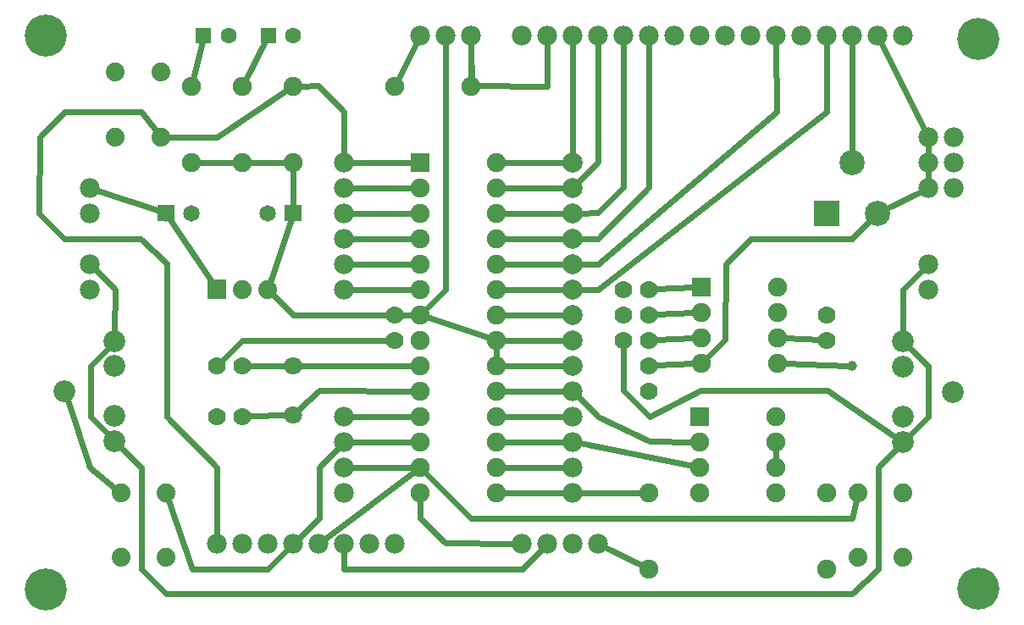
<source format=gtl>
G04 MADE WITH FRITZING*
G04 WWW.FRITZING.ORG*
G04 DOUBLE SIDED*
G04 HOLES PLATED*
G04 CONTOUR ON CENTER OF CONTOUR VECTOR*
%ASAXBY*%
%FSLAX23Y23*%
%MOIN*%
%OFA0B0*%
%SFA1.0B1.0*%
%ADD10C,0.075000*%
%ADD11C,0.078000*%
%ADD12C,0.078740*%
%ADD13C,0.039370*%
%ADD14C,0.165354*%
%ADD15C,0.086000*%
%ADD16C,0.070925*%
%ADD17C,0.070866*%
%ADD18C,0.074000*%
%ADD19C,0.062992*%
%ADD20C,0.070000*%
%ADD21C,0.099000*%
%ADD22C,0.065000*%
%ADD23R,0.075000X0.075000*%
%ADD24R,0.062992X0.062992*%
%ADD25R,0.099000X0.099000*%
%ADD26C,0.024000*%
%ADD27R,0.001000X0.001000*%
%LNCOPPER1*%
G90*
G70*
G54D10*
X1567Y1775D03*
X1867Y1775D03*
X1567Y1675D03*
X1867Y1675D03*
X1567Y1575D03*
X1867Y1575D03*
X1567Y1475D03*
X1867Y1475D03*
X1567Y1375D03*
X1867Y1375D03*
X1567Y1275D03*
X1867Y1275D03*
X1567Y1175D03*
X1867Y1175D03*
X1567Y1075D03*
X1867Y1075D03*
X1567Y975D03*
X1867Y975D03*
X1567Y875D03*
X1867Y875D03*
X1567Y775D03*
X1867Y775D03*
X1567Y675D03*
X1867Y675D03*
X1567Y575D03*
X1867Y575D03*
X1567Y475D03*
X1867Y475D03*
G54D11*
X1267Y1775D03*
X1267Y1675D03*
X1267Y1575D03*
X1267Y1475D03*
X1267Y1375D03*
X1267Y1275D03*
X1267Y775D03*
X1267Y675D03*
X1267Y575D03*
X1267Y475D03*
G54D12*
X2167Y1775D03*
X2167Y1675D03*
X2167Y1575D03*
X2167Y1475D03*
X2167Y1375D03*
X2167Y1275D03*
X2167Y1175D03*
X2167Y1075D03*
X2167Y975D03*
G54D13*
X3267Y975D03*
G54D11*
X3567Y1875D03*
X3567Y1775D03*
X3567Y1675D03*
X3667Y1875D03*
X3667Y1775D03*
X3667Y1675D03*
G54D14*
X91Y2273D03*
X91Y95D03*
X3762Y96D03*
G54D11*
X1467Y275D03*
X1367Y275D03*
X1267Y275D03*
X1167Y275D03*
X1067Y275D03*
X967Y275D03*
X867Y275D03*
X767Y275D03*
X2267Y275D03*
X2167Y275D03*
X2067Y275D03*
X1967Y275D03*
X3567Y1275D03*
X3567Y1375D03*
X267Y1275D03*
X267Y1375D03*
X267Y1675D03*
X267Y1575D03*
X2167Y875D03*
X2167Y775D03*
X2167Y675D03*
X2167Y575D03*
X2167Y475D03*
X3467Y2275D03*
X3367Y2275D03*
X3267Y2275D03*
X3167Y2275D03*
X3067Y2275D03*
X2967Y2275D03*
X2867Y2275D03*
X2767Y2275D03*
X2667Y2275D03*
X2567Y2275D03*
X2467Y2275D03*
X2367Y2275D03*
X2267Y2275D03*
X2167Y2275D03*
X2067Y2275D03*
X1967Y2275D03*
G54D10*
X2672Y1285D03*
X2972Y1285D03*
X2672Y1185D03*
X2972Y1185D03*
X2672Y1085D03*
X2972Y1085D03*
X2672Y985D03*
X2972Y985D03*
X2667Y775D03*
X2967Y775D03*
X2667Y675D03*
X2967Y675D03*
X2667Y575D03*
X2967Y575D03*
X2667Y475D03*
X2967Y475D03*
G54D15*
X167Y875D03*
X364Y973D03*
X364Y1072D03*
X364Y776D03*
X364Y678D03*
X167Y875D03*
X364Y973D03*
X364Y1072D03*
X364Y776D03*
X364Y678D03*
X3664Y872D03*
X3467Y773D03*
X3467Y675D03*
X3467Y970D03*
X3467Y1069D03*
X3664Y872D03*
X3467Y773D03*
X3467Y675D03*
X3467Y970D03*
X3467Y1069D03*
G54D16*
X1067Y782D03*
G54D17*
X1067Y975D03*
G54D10*
X2467Y475D03*
X2467Y175D03*
X1767Y2075D03*
X1467Y2075D03*
G54D18*
X367Y1875D03*
X367Y2131D03*
X545Y1875D03*
X545Y2131D03*
X367Y1875D03*
X367Y2131D03*
X545Y1875D03*
X545Y2131D03*
X3467Y475D03*
X3467Y219D03*
X3289Y475D03*
X3289Y219D03*
X3467Y475D03*
X3467Y219D03*
X3289Y475D03*
X3289Y219D03*
X567Y475D03*
X567Y219D03*
X389Y475D03*
X389Y219D03*
X567Y475D03*
X567Y219D03*
X389Y475D03*
X389Y219D03*
G54D19*
X714Y2275D03*
X812Y2275D03*
X968Y2275D03*
X1067Y2275D03*
G54D20*
X2367Y1175D03*
X2467Y1175D03*
X2367Y1075D03*
X2467Y1075D03*
X2467Y875D03*
X2467Y975D03*
X3167Y1075D03*
X3167Y1175D03*
X2367Y1275D03*
X2467Y1275D03*
X1467Y1175D03*
X1467Y1075D03*
G54D18*
X767Y1275D03*
X867Y1275D03*
X967Y1275D03*
X767Y1275D03*
X867Y1275D03*
X967Y1275D03*
G54D21*
X3367Y1575D03*
X3167Y1575D03*
X3267Y1775D03*
G54D20*
X766Y775D03*
X867Y775D03*
X766Y975D03*
X867Y975D03*
G54D11*
X1567Y2275D03*
X1667Y2275D03*
X1767Y2275D03*
G54D10*
X1067Y1775D03*
X1067Y2075D03*
X667Y1775D03*
X667Y2075D03*
X867Y2075D03*
X867Y1775D03*
X3167Y475D03*
X3167Y175D03*
G54D22*
X967Y1575D03*
X1067Y1575D03*
X967Y1575D03*
X1067Y1575D03*
X667Y1575D03*
X567Y1575D03*
X667Y1575D03*
X567Y1575D03*
G54D14*
X3764Y2261D03*
G54D23*
X1567Y1775D03*
X2672Y1285D03*
X2667Y775D03*
G54D24*
X714Y2275D03*
X968Y2275D03*
G54D25*
X3167Y1575D03*
G54D26*
X1065Y1173D02*
X988Y1253D01*
D02*
X1441Y1175D02*
X1065Y1173D01*
D02*
X1168Y876D02*
X1538Y875D01*
D02*
X1169Y575D02*
X1169Y373D01*
D02*
X1169Y373D02*
X1088Y296D01*
D02*
X1246Y653D02*
X1169Y575D01*
D02*
X1086Y800D02*
X1168Y876D01*
D02*
X1094Y975D02*
X1538Y975D01*
D02*
X1297Y1575D02*
X1538Y1575D01*
D02*
X1297Y1675D02*
X1538Y1675D01*
D02*
X1297Y1775D02*
X1538Y1775D01*
D02*
X1297Y675D02*
X1538Y675D01*
D02*
X3380Y2248D02*
X3553Y1902D01*
D02*
X1059Y1551D02*
X976Y1304D01*
D02*
X365Y1275D02*
X288Y1353D01*
D02*
X750Y1300D02*
X580Y1554D01*
D02*
X543Y1583D02*
X295Y1665D01*
D02*
X1297Y775D02*
X1538Y775D01*
D02*
X1297Y1275D02*
X1538Y1275D01*
D02*
X1297Y1375D02*
X1538Y1375D01*
D02*
X1297Y1475D02*
X1538Y1475D01*
D02*
X668Y175D02*
X577Y445D01*
D02*
X967Y175D02*
X668Y175D01*
D02*
X1045Y254D02*
X967Y175D01*
D02*
X1544Y558D02*
X1191Y293D01*
D02*
X1538Y575D02*
X1297Y575D01*
D02*
X2136Y1075D02*
X1895Y1075D01*
D02*
X2265Y774D02*
X2188Y853D01*
D02*
X2668Y876D02*
X2468Y774D01*
D02*
X2468Y676D02*
X2265Y774D01*
D02*
X2136Y975D02*
X1895Y975D01*
D02*
X568Y1376D02*
X467Y1474D01*
D02*
X2137Y775D02*
X1895Y775D01*
D02*
X2137Y875D02*
X1895Y875D01*
D02*
X2136Y1175D02*
X1895Y1175D01*
D02*
X2136Y1375D02*
X1895Y1375D01*
D02*
X2136Y1275D02*
X1895Y1275D01*
D02*
X2639Y580D02*
X2196Y669D01*
D02*
X2638Y675D02*
X2468Y676D01*
D02*
X2265Y1375D02*
X2197Y1375D01*
D02*
X3166Y1974D02*
X3167Y2245D01*
D02*
X2265Y1274D02*
X3166Y1974D01*
D02*
X1266Y1973D02*
X1267Y1805D01*
D02*
X1167Y2076D02*
X1266Y1973D01*
D02*
X1441Y1075D02*
X866Y1073D01*
D02*
X2367Y876D02*
X2367Y974D01*
D02*
X3168Y876D02*
X2668Y876D01*
D02*
X2468Y774D02*
X2367Y876D01*
D02*
X2367Y974D02*
X2367Y1049D01*
D02*
X3436Y695D02*
X3168Y876D01*
D02*
X1095Y2075D02*
X1167Y2076D01*
D02*
X2197Y1275D02*
X2265Y1274D01*
D02*
X866Y1073D02*
X785Y993D01*
D02*
X2136Y1775D02*
X1895Y1775D01*
D02*
X2136Y1675D02*
X1895Y1675D01*
D02*
X2136Y1575D02*
X1895Y1575D01*
D02*
X2136Y1475D02*
X1895Y1475D01*
D02*
X2265Y1777D02*
X2267Y2245D01*
D02*
X2188Y1697D02*
X2265Y1777D01*
D02*
X2366Y1676D02*
X2367Y2245D01*
D02*
X2265Y1576D02*
X2366Y1676D01*
D02*
X2197Y1575D02*
X2265Y1576D01*
D02*
X2466Y1676D02*
X2467Y2245D01*
D02*
X2265Y1475D02*
X2466Y1676D01*
D02*
X2197Y1475D02*
X2265Y1475D01*
D02*
X2969Y1974D02*
X2265Y1375D01*
D02*
X2967Y2245D02*
X2969Y1974D01*
D02*
X3266Y374D02*
X3282Y444D01*
D02*
X1767Y374D02*
X3266Y374D01*
D02*
X1587Y555D02*
X1767Y374D01*
D02*
X2438Y475D02*
X2197Y475D01*
D02*
X2167Y1806D02*
X2167Y2245D01*
D02*
X3266Y1475D02*
X3344Y1553D01*
D02*
X2644Y984D02*
X2493Y976D01*
D02*
X3001Y1083D02*
X3141Y1076D01*
D02*
X3248Y975D02*
X3001Y984D01*
D02*
X3567Y1705D02*
X3567Y1745D01*
D02*
X3567Y1805D02*
X3567Y1845D01*
D02*
X3465Y1275D02*
X3466Y1105D01*
D02*
X3545Y1354D02*
X3465Y1275D01*
D02*
X3395Y1589D02*
X3540Y1661D01*
D02*
X2441Y188D02*
X2294Y261D01*
D02*
X767Y575D02*
X568Y774D01*
D02*
X568Y774D02*
X568Y876D01*
D02*
X568Y876D02*
X568Y1376D01*
D02*
X467Y1474D02*
X166Y1475D01*
D02*
X166Y1475D02*
X67Y1575D01*
D02*
X67Y1575D02*
X68Y1875D01*
D02*
X68Y1875D02*
X166Y1975D01*
D02*
X767Y305D02*
X767Y575D01*
D02*
X3368Y575D02*
X3368Y174D01*
D02*
X468Y174D02*
X468Y575D01*
D02*
X468Y575D02*
X390Y652D01*
D02*
X566Y76D02*
X468Y174D01*
D02*
X3368Y174D02*
X3265Y76D01*
D02*
X3441Y649D02*
X3368Y575D01*
D02*
X1266Y174D02*
X1968Y173D01*
D02*
X1968Y173D02*
X2046Y253D01*
D02*
X1267Y245D02*
X1266Y174D01*
D02*
X1667Y276D02*
X1566Y374D01*
D02*
X1566Y374D02*
X1566Y446D01*
D02*
X1937Y275D02*
X1667Y276D01*
D02*
X166Y1975D02*
X468Y1973D01*
D02*
X468Y1973D02*
X526Y1899D01*
D02*
X3567Y974D02*
X3493Y1043D01*
D02*
X3567Y774D02*
X3567Y974D01*
D02*
X3493Y701D02*
X3567Y774D01*
D02*
X268Y774D02*
X268Y974D01*
D02*
X268Y974D02*
X338Y1045D01*
D02*
X338Y704D02*
X268Y774D01*
D02*
X364Y1108D02*
X365Y1275D01*
D02*
X2137Y675D02*
X1895Y675D01*
D02*
X2137Y575D02*
X1895Y575D01*
D02*
X2137Y475D02*
X1895Y475D01*
D02*
X2768Y1374D02*
X2766Y1076D01*
D02*
X3266Y1475D02*
X2867Y1473D01*
D02*
X2766Y1076D02*
X2693Y1005D01*
D02*
X2867Y1473D02*
X2768Y1374D01*
D02*
X1040Y975D02*
X893Y975D01*
D02*
X1040Y781D02*
X893Y776D01*
D02*
X1538Y1175D02*
X1493Y1175D01*
D02*
X2493Y1276D02*
X2644Y1284D01*
D02*
X2493Y1176D02*
X2644Y1184D01*
D02*
X2493Y1076D02*
X2644Y1084D01*
D02*
X1594Y1166D02*
X1840Y1084D01*
D02*
X1867Y1046D02*
X1867Y1003D01*
D02*
X2967Y603D02*
X2967Y646D01*
D02*
X3267Y1806D02*
X3267Y2245D01*
D02*
X1769Y2076D02*
X1767Y2245D01*
D02*
X2066Y2075D02*
X1769Y2076D01*
D02*
X1479Y2100D02*
X1553Y2248D01*
D02*
X1767Y2245D02*
X1767Y2103D01*
D02*
X1067Y1746D02*
X1067Y1600D01*
D02*
X1666Y1274D02*
X1587Y1195D01*
D02*
X1667Y2245D02*
X1666Y1274D01*
D02*
X767Y1875D02*
X576Y1875D01*
D02*
X1043Y2059D02*
X767Y1875D01*
D02*
X3265Y76D02*
X566Y76D01*
D02*
X2066Y2075D02*
X2067Y2245D01*
D02*
X895Y1775D02*
X1038Y1775D01*
D02*
X695Y1775D02*
X838Y1775D01*
D02*
X673Y2103D02*
X708Y2249D01*
D02*
X880Y2100D02*
X956Y2251D01*
D02*
X265Y575D02*
X178Y840D01*
D02*
X364Y494D02*
X265Y575D01*
G54D27*
X534Y1607D02*
X598Y1607D01*
X1034Y1607D02*
X1098Y1607D01*
X534Y1606D02*
X598Y1606D01*
X1034Y1606D02*
X1098Y1606D01*
X534Y1605D02*
X598Y1605D01*
X1034Y1605D02*
X1098Y1605D01*
X534Y1604D02*
X598Y1604D01*
X1034Y1604D02*
X1098Y1604D01*
X534Y1603D02*
X598Y1603D01*
X1034Y1603D02*
X1098Y1603D01*
X534Y1602D02*
X598Y1602D01*
X1034Y1602D02*
X1098Y1602D01*
X534Y1601D02*
X598Y1601D01*
X1034Y1601D02*
X1098Y1601D01*
X534Y1600D02*
X598Y1600D01*
X1034Y1600D02*
X1098Y1600D01*
X534Y1599D02*
X598Y1599D01*
X1034Y1599D02*
X1098Y1599D01*
X534Y1598D02*
X598Y1598D01*
X1034Y1598D02*
X1098Y1598D01*
X534Y1597D02*
X598Y1597D01*
X1034Y1597D02*
X1098Y1597D01*
X534Y1596D02*
X598Y1596D01*
X1034Y1596D02*
X1098Y1596D01*
X534Y1595D02*
X598Y1595D01*
X1034Y1595D02*
X1098Y1595D01*
X534Y1594D02*
X598Y1594D01*
X1034Y1594D02*
X1098Y1594D01*
X534Y1593D02*
X598Y1593D01*
X1034Y1593D02*
X1098Y1593D01*
X534Y1592D02*
X598Y1592D01*
X1034Y1592D02*
X1098Y1592D01*
X534Y1591D02*
X598Y1591D01*
X1034Y1591D02*
X1098Y1591D01*
X534Y1590D02*
X598Y1590D01*
X1034Y1590D02*
X1098Y1590D01*
X534Y1589D02*
X565Y1589D01*
X567Y1589D02*
X598Y1589D01*
X1034Y1589D02*
X1065Y1589D01*
X1067Y1589D02*
X1098Y1589D01*
X534Y1588D02*
X561Y1588D01*
X572Y1588D02*
X598Y1588D01*
X1034Y1588D02*
X1061Y1588D01*
X1072Y1588D02*
X1098Y1588D01*
X534Y1587D02*
X558Y1587D01*
X574Y1587D02*
X598Y1587D01*
X1034Y1587D02*
X1058Y1587D01*
X1074Y1587D02*
X1098Y1587D01*
X534Y1586D02*
X557Y1586D01*
X575Y1586D02*
X598Y1586D01*
X1034Y1586D02*
X1057Y1586D01*
X1075Y1586D02*
X1098Y1586D01*
X534Y1585D02*
X556Y1585D01*
X576Y1585D02*
X598Y1585D01*
X1034Y1585D02*
X1056Y1585D01*
X1076Y1585D02*
X1098Y1585D01*
X534Y1584D02*
X555Y1584D01*
X577Y1584D02*
X598Y1584D01*
X1034Y1584D02*
X1055Y1584D01*
X1077Y1584D02*
X1098Y1584D01*
X534Y1583D02*
X554Y1583D01*
X578Y1583D02*
X598Y1583D01*
X1034Y1583D02*
X1054Y1583D01*
X1078Y1583D02*
X1098Y1583D01*
X534Y1582D02*
X554Y1582D01*
X579Y1582D02*
X598Y1582D01*
X1034Y1582D02*
X1054Y1582D01*
X1079Y1582D02*
X1098Y1582D01*
X534Y1581D02*
X553Y1581D01*
X579Y1581D02*
X598Y1581D01*
X1034Y1581D02*
X1053Y1581D01*
X1079Y1581D02*
X1098Y1581D01*
X534Y1580D02*
X553Y1580D01*
X579Y1580D02*
X598Y1580D01*
X1034Y1580D02*
X1053Y1580D01*
X1079Y1580D02*
X1098Y1580D01*
X534Y1579D02*
X552Y1579D01*
X580Y1579D02*
X598Y1579D01*
X1034Y1579D02*
X1052Y1579D01*
X1080Y1579D02*
X1098Y1579D01*
X534Y1578D02*
X552Y1578D01*
X580Y1578D02*
X598Y1578D01*
X1034Y1578D02*
X1052Y1578D01*
X1080Y1578D02*
X1098Y1578D01*
X534Y1577D02*
X552Y1577D01*
X580Y1577D02*
X598Y1577D01*
X1034Y1577D02*
X1052Y1577D01*
X1080Y1577D02*
X1098Y1577D01*
X534Y1576D02*
X552Y1576D01*
X580Y1576D02*
X598Y1576D01*
X1034Y1576D02*
X1052Y1576D01*
X1080Y1576D02*
X1098Y1576D01*
X534Y1575D02*
X552Y1575D01*
X580Y1575D02*
X598Y1575D01*
X1034Y1575D02*
X1052Y1575D01*
X1080Y1575D02*
X1098Y1575D01*
X534Y1574D02*
X552Y1574D01*
X580Y1574D02*
X598Y1574D01*
X1034Y1574D02*
X1052Y1574D01*
X1080Y1574D02*
X1098Y1574D01*
X534Y1573D02*
X552Y1573D01*
X580Y1573D02*
X598Y1573D01*
X1034Y1573D02*
X1052Y1573D01*
X1080Y1573D02*
X1098Y1573D01*
X534Y1572D02*
X552Y1572D01*
X580Y1572D02*
X598Y1572D01*
X1034Y1572D02*
X1052Y1572D01*
X1080Y1572D02*
X1098Y1572D01*
X534Y1571D02*
X553Y1571D01*
X580Y1571D02*
X598Y1571D01*
X1034Y1571D02*
X1053Y1571D01*
X1080Y1571D02*
X1098Y1571D01*
X534Y1570D02*
X553Y1570D01*
X579Y1570D02*
X598Y1570D01*
X1034Y1570D02*
X1053Y1570D01*
X1079Y1570D02*
X1098Y1570D01*
X534Y1569D02*
X553Y1569D01*
X579Y1569D02*
X598Y1569D01*
X1034Y1569D02*
X1053Y1569D01*
X1079Y1569D02*
X1098Y1569D01*
X534Y1568D02*
X554Y1568D01*
X578Y1568D02*
X598Y1568D01*
X1034Y1568D02*
X1054Y1568D01*
X1078Y1568D02*
X1098Y1568D01*
X534Y1567D02*
X555Y1567D01*
X578Y1567D02*
X598Y1567D01*
X1034Y1567D02*
X1055Y1567D01*
X1078Y1567D02*
X1098Y1567D01*
X534Y1566D02*
X555Y1566D01*
X577Y1566D02*
X598Y1566D01*
X1034Y1566D02*
X1055Y1566D01*
X1077Y1566D02*
X1098Y1566D01*
X534Y1565D02*
X556Y1565D01*
X576Y1565D02*
X598Y1565D01*
X1034Y1565D02*
X1056Y1565D01*
X1076Y1565D02*
X1098Y1565D01*
X534Y1564D02*
X558Y1564D01*
X574Y1564D02*
X598Y1564D01*
X1034Y1564D02*
X1058Y1564D01*
X1074Y1564D02*
X1098Y1564D01*
X534Y1563D02*
X559Y1563D01*
X573Y1563D02*
X598Y1563D01*
X1034Y1563D02*
X1059Y1563D01*
X1073Y1563D02*
X1098Y1563D01*
X534Y1562D02*
X562Y1562D01*
X570Y1562D02*
X598Y1562D01*
X1034Y1562D02*
X1062Y1562D01*
X1070Y1562D02*
X1098Y1562D01*
X534Y1561D02*
X598Y1561D01*
X1034Y1561D02*
X1098Y1561D01*
X534Y1560D02*
X598Y1560D01*
X1034Y1560D02*
X1098Y1560D01*
X534Y1559D02*
X598Y1559D01*
X1034Y1559D02*
X1098Y1559D01*
X534Y1558D02*
X598Y1558D01*
X1034Y1558D02*
X1098Y1558D01*
X534Y1557D02*
X598Y1557D01*
X1034Y1557D02*
X1098Y1557D01*
X534Y1556D02*
X598Y1556D01*
X1034Y1556D02*
X1098Y1556D01*
X534Y1555D02*
X598Y1555D01*
X1034Y1555D02*
X1098Y1555D01*
X534Y1554D02*
X598Y1554D01*
X1034Y1554D02*
X1098Y1554D01*
X534Y1553D02*
X598Y1553D01*
X1034Y1553D02*
X1098Y1553D01*
X534Y1552D02*
X598Y1552D01*
X1034Y1552D02*
X1098Y1552D01*
X534Y1551D02*
X598Y1551D01*
X1034Y1551D02*
X1098Y1551D01*
X534Y1550D02*
X598Y1550D01*
X1034Y1550D02*
X1098Y1550D01*
X534Y1549D02*
X598Y1549D01*
X1034Y1549D02*
X1098Y1549D01*
X534Y1548D02*
X598Y1548D01*
X1034Y1548D02*
X1098Y1548D01*
X534Y1547D02*
X598Y1547D01*
X1034Y1547D02*
X1098Y1547D01*
X534Y1546D02*
X598Y1546D01*
X1034Y1546D02*
X1098Y1546D01*
X534Y1545D02*
X598Y1545D01*
X1034Y1545D02*
X1098Y1545D01*
X534Y1544D02*
X598Y1544D01*
X1034Y1544D02*
X1098Y1544D01*
X534Y1543D02*
X598Y1543D01*
X1034Y1543D02*
X1098Y1543D01*
X730Y1312D02*
X802Y1312D01*
X730Y1311D02*
X803Y1311D01*
X730Y1310D02*
X803Y1310D01*
X730Y1309D02*
X803Y1309D01*
X730Y1308D02*
X803Y1308D01*
X730Y1307D02*
X803Y1307D01*
X730Y1306D02*
X803Y1306D01*
X730Y1305D02*
X803Y1305D01*
X730Y1304D02*
X803Y1304D01*
X730Y1303D02*
X803Y1303D01*
X730Y1302D02*
X803Y1302D01*
X730Y1301D02*
X803Y1301D01*
X730Y1300D02*
X803Y1300D01*
X730Y1299D02*
X803Y1299D01*
X730Y1298D02*
X803Y1298D01*
X730Y1297D02*
X803Y1297D01*
X730Y1296D02*
X803Y1296D01*
X730Y1295D02*
X803Y1295D01*
X730Y1294D02*
X760Y1294D01*
X772Y1294D02*
X803Y1294D01*
X730Y1293D02*
X757Y1293D01*
X775Y1293D02*
X803Y1293D01*
X730Y1292D02*
X755Y1292D01*
X777Y1292D02*
X803Y1292D01*
X730Y1291D02*
X754Y1291D01*
X778Y1291D02*
X803Y1291D01*
X730Y1290D02*
X753Y1290D01*
X779Y1290D02*
X803Y1290D01*
X730Y1289D02*
X752Y1289D01*
X781Y1289D02*
X803Y1289D01*
X730Y1288D02*
X751Y1288D01*
X781Y1288D02*
X803Y1288D01*
X730Y1287D02*
X750Y1287D01*
X782Y1287D02*
X803Y1287D01*
X730Y1286D02*
X749Y1286D01*
X783Y1286D02*
X803Y1286D01*
X730Y1285D02*
X749Y1285D01*
X784Y1285D02*
X803Y1285D01*
X730Y1284D02*
X748Y1284D01*
X784Y1284D02*
X803Y1284D01*
X730Y1283D02*
X748Y1283D01*
X785Y1283D02*
X803Y1283D01*
X730Y1282D02*
X747Y1282D01*
X785Y1282D02*
X803Y1282D01*
X730Y1281D02*
X747Y1281D01*
X785Y1281D02*
X803Y1281D01*
X730Y1280D02*
X747Y1280D01*
X786Y1280D02*
X803Y1280D01*
X730Y1279D02*
X746Y1279D01*
X786Y1279D02*
X803Y1279D01*
X730Y1278D02*
X746Y1278D01*
X786Y1278D02*
X803Y1278D01*
X730Y1277D02*
X746Y1277D01*
X786Y1277D02*
X803Y1277D01*
X730Y1276D02*
X746Y1276D01*
X786Y1276D02*
X803Y1276D01*
X730Y1275D02*
X746Y1275D01*
X786Y1275D02*
X803Y1275D01*
X730Y1274D02*
X746Y1274D01*
X786Y1274D02*
X803Y1274D01*
X730Y1273D02*
X746Y1273D01*
X786Y1273D02*
X803Y1273D01*
X730Y1272D02*
X746Y1272D01*
X786Y1272D02*
X803Y1272D01*
X730Y1271D02*
X746Y1271D01*
X786Y1271D02*
X803Y1271D01*
X730Y1270D02*
X747Y1270D01*
X785Y1270D02*
X803Y1270D01*
X730Y1269D02*
X747Y1269D01*
X785Y1269D02*
X803Y1269D01*
X730Y1268D02*
X747Y1268D01*
X785Y1268D02*
X803Y1268D01*
X730Y1267D02*
X748Y1267D01*
X784Y1267D02*
X803Y1267D01*
X730Y1266D02*
X748Y1266D01*
X784Y1266D02*
X803Y1266D01*
X730Y1265D02*
X749Y1265D01*
X783Y1265D02*
X803Y1265D01*
X730Y1264D02*
X749Y1264D01*
X783Y1264D02*
X803Y1264D01*
X730Y1263D02*
X750Y1263D01*
X782Y1263D02*
X803Y1263D01*
X730Y1262D02*
X751Y1262D01*
X781Y1262D02*
X803Y1262D01*
X730Y1261D02*
X752Y1261D01*
X780Y1261D02*
X803Y1261D01*
X730Y1260D02*
X753Y1260D01*
X779Y1260D02*
X803Y1260D01*
X730Y1259D02*
X755Y1259D01*
X778Y1259D02*
X803Y1259D01*
X730Y1258D02*
X756Y1258D01*
X776Y1258D02*
X803Y1258D01*
X730Y1257D02*
X758Y1257D01*
X774Y1257D02*
X803Y1257D01*
X730Y1256D02*
X762Y1256D01*
X771Y1256D02*
X803Y1256D01*
X730Y1255D02*
X803Y1255D01*
X730Y1254D02*
X803Y1254D01*
X730Y1253D02*
X803Y1253D01*
X730Y1252D02*
X803Y1252D01*
X730Y1251D02*
X803Y1251D01*
X730Y1250D02*
X803Y1250D01*
X730Y1249D02*
X803Y1249D01*
X730Y1248D02*
X803Y1248D01*
X730Y1247D02*
X803Y1247D01*
X730Y1246D02*
X803Y1246D01*
X730Y1245D02*
X803Y1245D01*
X730Y1244D02*
X803Y1244D01*
X730Y1243D02*
X803Y1243D01*
X730Y1242D02*
X803Y1242D01*
X730Y1241D02*
X803Y1241D01*
X730Y1240D02*
X803Y1240D01*
X730Y1239D02*
X803Y1239D01*
D02*
G04 End of Copper1*
M02*
</source>
